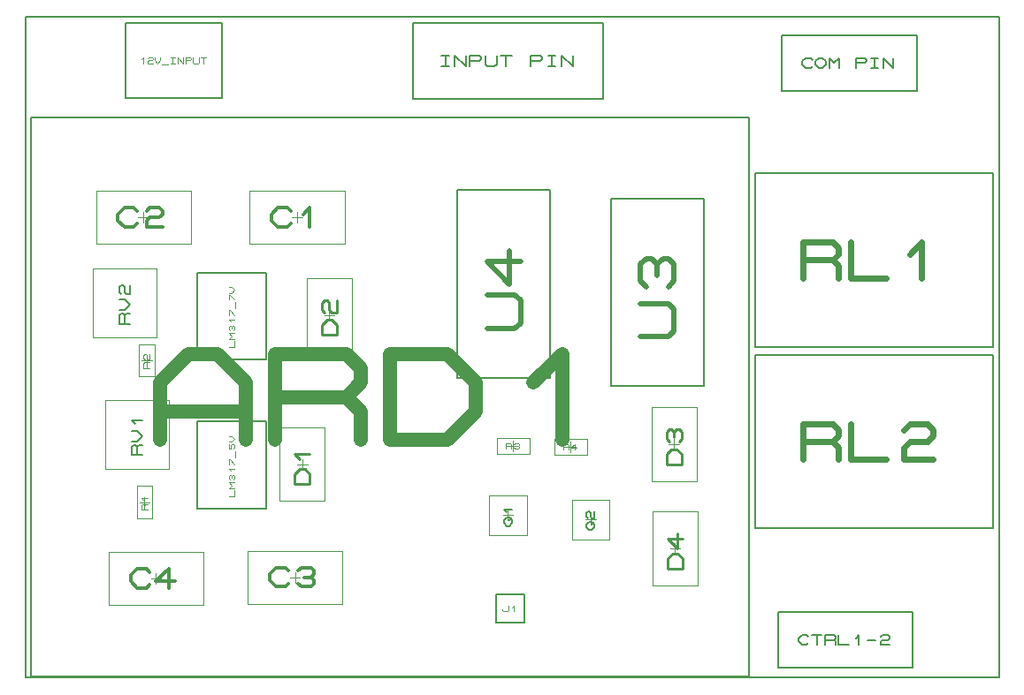
<source format=gbr>
G04 PROTEUS RS274X GERBER FILE*
%FSLAX45Y45*%
%MOMM*%
G01*
%ADD29C,0.203200*%
%ADD48C,1.375660*%
%ADD49C,0.092560*%
%ADD50C,0.050000*%
%ADD51C,0.238330*%
%ADD52C,0.305000*%
%ADD53C,0.093000*%
%ADD54C,0.050800*%
%ADD55C,0.166370*%
%ADD56C,0.533400*%
%ADD57C,0.128330*%
%ADD58C,0.091440*%
%ADD59C,0.567580*%
%ADD60C,0.161290*%
%ADD61C,0.182030*%
%ADD62C,0.092030*%
%TD.AperFunction*%
D29*
X+2029840Y+1699840D02*
X+8908160Y+1699840D01*
X+8908160Y+7054160D01*
X+2029840Y+7054160D01*
X+2029840Y+1699840D01*
D48*
X+3267938Y+3964300D02*
X+3267938Y+4514566D01*
X+3543070Y+4789699D01*
X+3818203Y+4789699D01*
X+4093336Y+4514566D01*
X+4093336Y+3964300D01*
X+3267938Y+4239433D02*
X+4093336Y+4239433D01*
X+4368469Y+3964300D02*
X+4368469Y+4789699D01*
X+5056300Y+4789699D01*
X+5193867Y+4652132D01*
X+5193867Y+4514566D01*
X+5056300Y+4377000D01*
X+4368469Y+4377000D01*
X+5056300Y+4377000D02*
X+5193867Y+4239433D01*
X+5193867Y+3964300D01*
X+5469000Y+3964300D02*
X+5469000Y+4789699D01*
X+6019265Y+4789699D01*
X+6294398Y+4514566D01*
X+6294398Y+4239433D01*
X+6019265Y+3964300D01*
X+5469000Y+3964300D01*
X+6844663Y+4514566D02*
X+7119796Y+4789699D01*
X+7119796Y+3964300D01*
D29*
X+3624880Y+4738480D02*
X+4285280Y+4738480D01*
X+4285280Y+5571600D01*
X+3624880Y+5571600D01*
X+3624880Y+4738480D01*
D49*
X+3927310Y+4858824D02*
X+3982851Y+4858824D01*
X+3982851Y+4914364D01*
X+3982851Y+4932878D02*
X+3927310Y+4932878D01*
X+3955080Y+4960648D01*
X+3927310Y+4988418D01*
X+3982851Y+4988418D01*
X+3936567Y+5016188D02*
X+3927310Y+5025445D01*
X+3927310Y+5053215D01*
X+3936567Y+5062472D01*
X+3945824Y+5062472D01*
X+3955080Y+5053215D01*
X+3964337Y+5062472D01*
X+3973594Y+5062472D01*
X+3982851Y+5053215D01*
X+3982851Y+5025445D01*
X+3973594Y+5016188D01*
X+3955080Y+5034702D02*
X+3955080Y+5053215D01*
X+3945824Y+5099499D02*
X+3927310Y+5118013D01*
X+3982851Y+5118013D01*
X+3927310Y+5164296D02*
X+3927310Y+5210580D01*
X+3936567Y+5210580D01*
X+3982851Y+5164296D01*
X+3992108Y+5229094D02*
X+3992108Y+5284634D01*
X+3927310Y+5312404D02*
X+3927310Y+5358688D01*
X+3936567Y+5358688D01*
X+3982851Y+5312404D01*
X+3927310Y+5377202D02*
X+3955080Y+5377202D01*
X+3982851Y+5404972D01*
X+3955080Y+5432742D01*
X+3927310Y+5432742D01*
D29*
X+3624880Y+3308480D02*
X+4285280Y+3308480D01*
X+4285280Y+4141600D01*
X+3624880Y+4141600D01*
X+3624880Y+3308480D01*
D49*
X+3927310Y+3428824D02*
X+3982851Y+3428824D01*
X+3982851Y+3484364D01*
X+3982851Y+3502878D02*
X+3927310Y+3502878D01*
X+3955080Y+3530648D01*
X+3927310Y+3558418D01*
X+3982851Y+3558418D01*
X+3936567Y+3586188D02*
X+3927310Y+3595445D01*
X+3927310Y+3623215D01*
X+3936567Y+3632472D01*
X+3945824Y+3632472D01*
X+3955080Y+3623215D01*
X+3964337Y+3632472D01*
X+3973594Y+3632472D01*
X+3982851Y+3623215D01*
X+3982851Y+3595445D01*
X+3973594Y+3586188D01*
X+3955080Y+3604702D02*
X+3955080Y+3623215D01*
X+3945824Y+3669499D02*
X+3927310Y+3688013D01*
X+3982851Y+3688013D01*
X+3927310Y+3734296D02*
X+3927310Y+3780580D01*
X+3936567Y+3780580D01*
X+3982851Y+3734296D01*
X+3992108Y+3799094D02*
X+3992108Y+3854634D01*
X+3927310Y+3928688D02*
X+3927310Y+3882404D01*
X+3945824Y+3882404D01*
X+3945824Y+3919431D01*
X+3955080Y+3928688D01*
X+3973594Y+3928688D01*
X+3982851Y+3919431D01*
X+3982851Y+3891661D01*
X+3973594Y+3882404D01*
X+3927310Y+3947202D02*
X+3955080Y+3947202D01*
X+3982851Y+3974972D01*
X+3955080Y+4002742D01*
X+3927310Y+4002742D01*
D50*
X+4415000Y+4090000D02*
X+4415000Y+3380000D01*
X+4845000Y+3380000D01*
X+4845000Y+4090000D01*
X+4415000Y+4090000D01*
X+4680000Y+3735000D02*
X+4580000Y+3735000D01*
X+4630000Y+3685000D02*
X+4630000Y+3785000D01*
D51*
X+4701500Y+3544334D02*
X+4558500Y+3544334D01*
X+4558500Y+3639667D01*
X+4606167Y+3687333D01*
X+4653833Y+3687333D01*
X+4701500Y+3639667D01*
X+4701500Y+3544334D01*
X+4606167Y+3782666D02*
X+4558500Y+3830333D01*
X+4701500Y+3830333D01*
D50*
X+4675000Y+5520000D02*
X+4675000Y+4810000D01*
X+5105000Y+4810000D01*
X+5105000Y+5520000D01*
X+4675000Y+5520000D01*
X+4940000Y+5165000D02*
X+4840000Y+5165000D01*
X+4890000Y+5115000D02*
X+4890000Y+5215000D01*
D51*
X+4961500Y+4974334D02*
X+4818500Y+4974334D01*
X+4818500Y+5069667D01*
X+4866167Y+5117333D01*
X+4913833Y+5117333D01*
X+4961500Y+5069667D01*
X+4961500Y+4974334D01*
X+4842333Y+5188833D02*
X+4818500Y+5212666D01*
X+4818500Y+5284166D01*
X+4842333Y+5307999D01*
X+4866167Y+5307999D01*
X+4890000Y+5284166D01*
X+4890000Y+5212666D01*
X+4913833Y+5188833D01*
X+4961500Y+5188833D01*
X+4961500Y+5307999D01*
D50*
X+4125000Y+5845000D02*
X+5035000Y+5845000D01*
X+5035000Y+6355000D01*
X+4125000Y+6355000D01*
X+4125000Y+5845000D01*
X+4580000Y+6150000D02*
X+4580000Y+6050000D01*
X+4630000Y+6100000D02*
X+4530000Y+6100000D01*
D52*
X+4519000Y+6039000D02*
X+4488500Y+6008500D01*
X+4397000Y+6008500D01*
X+4336000Y+6069500D01*
X+4336000Y+6130500D01*
X+4397000Y+6191500D01*
X+4488500Y+6191500D01*
X+4519000Y+6161000D01*
X+4641000Y+6130500D02*
X+4702000Y+6191500D01*
X+4702000Y+6008500D01*
D50*
X+2655000Y+5845000D02*
X+3565000Y+5845000D01*
X+3565000Y+6355000D01*
X+2655000Y+6355000D01*
X+2655000Y+5845000D01*
X+3110000Y+6150000D02*
X+3110000Y+6050000D01*
X+3160000Y+6100000D02*
X+3060000Y+6100000D01*
D52*
X+3049000Y+6039000D02*
X+3018500Y+6008500D01*
X+2927000Y+6008500D01*
X+2866000Y+6069500D01*
X+2866000Y+6130500D01*
X+2927000Y+6191500D01*
X+3018500Y+6191500D01*
X+3049000Y+6161000D01*
X+3140500Y+6161000D02*
X+3171000Y+6191500D01*
X+3262500Y+6191500D01*
X+3293000Y+6161000D01*
X+3293000Y+6130500D01*
X+3262500Y+6100000D01*
X+3171000Y+6100000D01*
X+3140500Y+6069500D01*
X+3140500Y+6008500D01*
X+3293000Y+6008500D01*
D50*
X+4105000Y+2395000D02*
X+5015000Y+2395000D01*
X+5015000Y+2905000D01*
X+4105000Y+2905000D01*
X+4105000Y+2395000D01*
X+4560000Y+2700000D02*
X+4560000Y+2600000D01*
X+4610000Y+2650000D02*
X+4510000Y+2650000D01*
D52*
X+4499000Y+2589000D02*
X+4468500Y+2558500D01*
X+4377000Y+2558500D01*
X+4316000Y+2619500D01*
X+4316000Y+2680500D01*
X+4377000Y+2741500D01*
X+4468500Y+2741500D01*
X+4499000Y+2711000D01*
X+4590500Y+2711000D02*
X+4621000Y+2741500D01*
X+4712500Y+2741500D01*
X+4743000Y+2711000D01*
X+4743000Y+2680500D01*
X+4712500Y+2650000D01*
X+4743000Y+2619500D01*
X+4743000Y+2589000D01*
X+4712500Y+2558500D01*
X+4621000Y+2558500D01*
X+4590500Y+2589000D01*
X+4651500Y+2650000D02*
X+4712500Y+2650000D01*
D50*
X+2775000Y+2385000D02*
X+3685000Y+2385000D01*
X+3685000Y+2895000D01*
X+2775000Y+2895000D01*
X+2775000Y+2385000D01*
X+3230000Y+2690000D02*
X+3230000Y+2590000D01*
X+3280000Y+2640000D02*
X+3180000Y+2640000D01*
D52*
X+3169000Y+2579000D02*
X+3138500Y+2548500D01*
X+3047000Y+2548500D01*
X+2986000Y+2609500D01*
X+2986000Y+2670500D01*
X+3047000Y+2731500D01*
X+3138500Y+2731500D01*
X+3169000Y+2701000D01*
X+3413000Y+2609500D02*
X+3230000Y+2609500D01*
X+3352000Y+2731500D01*
X+3352000Y+2548500D01*
D50*
X+3195000Y+3215000D02*
X+3195000Y+3525000D01*
X+3045000Y+3525000D01*
X+3045000Y+3215000D01*
X+3195000Y+3215000D01*
X+3070000Y+3370000D02*
X+3170000Y+3370000D01*
X+3120000Y+3420000D02*
X+3120000Y+3320000D01*
D53*
X+3147900Y+3295600D02*
X+3092100Y+3295600D01*
X+3092100Y+3342100D01*
X+3101400Y+3351400D01*
X+3110700Y+3351400D01*
X+3120000Y+3342100D01*
X+3120000Y+3295600D01*
X+3120000Y+3342100D02*
X+3129300Y+3351400D01*
X+3147900Y+3351400D01*
X+3110700Y+3388600D02*
X+3092100Y+3407200D01*
X+3147900Y+3407200D01*
D50*
X+3215000Y+4575000D02*
X+3215000Y+4885000D01*
X+3065000Y+4885000D01*
X+3065000Y+4575000D01*
X+3215000Y+4575000D01*
X+3090000Y+4730000D02*
X+3190000Y+4730000D01*
X+3140000Y+4780000D02*
X+3140000Y+4680000D01*
D53*
X+3167900Y+4655600D02*
X+3112100Y+4655600D01*
X+3112100Y+4702100D01*
X+3121400Y+4711400D01*
X+3130700Y+4711400D01*
X+3140000Y+4702100D01*
X+3140000Y+4655600D01*
X+3140000Y+4702100D02*
X+3149300Y+4711400D01*
X+3167900Y+4711400D01*
X+3121400Y+4739300D02*
X+3112100Y+4748600D01*
X+3112100Y+4776500D01*
X+3121400Y+4785800D01*
X+3130700Y+4785800D01*
X+3140000Y+4776500D01*
X+3140000Y+4748600D01*
X+3149300Y+4739300D01*
X+3167900Y+4739300D01*
X+3167900Y+4785800D01*
D54*
X+2625200Y+4949800D02*
X+3234800Y+4949800D01*
X+3234800Y+5610200D01*
X+2625200Y+5610200D01*
X+2625200Y+4949800D01*
D55*
X+2979911Y+5080356D02*
X+2880089Y+5080356D01*
X+2880089Y+5163541D01*
X+2896726Y+5180178D01*
X+2913363Y+5180178D01*
X+2930000Y+5163541D01*
X+2930000Y+5080356D01*
X+2930000Y+5163541D02*
X+2946637Y+5180178D01*
X+2979911Y+5180178D01*
X+2880089Y+5213452D02*
X+2930000Y+5213452D01*
X+2979911Y+5263363D01*
X+2930000Y+5313274D01*
X+2880089Y+5313274D01*
X+2896726Y+5363185D02*
X+2880089Y+5379822D01*
X+2880089Y+5429733D01*
X+2896726Y+5446370D01*
X+2913363Y+5446370D01*
X+2930000Y+5429733D01*
X+2930000Y+5379822D01*
X+2946637Y+5363185D01*
X+2979911Y+5363185D01*
X+2979911Y+5446370D01*
D29*
X+7584500Y+4482840D02*
X+8473500Y+4482840D01*
X+8473500Y+6281160D01*
X+7584500Y+6281160D01*
X+7584500Y+4482840D01*
D56*
X+7868980Y+4955280D02*
X+8135680Y+4955280D01*
X+8189020Y+5008620D01*
X+8189020Y+5221980D01*
X+8135680Y+5275320D01*
X+7868980Y+5275320D01*
X+7922320Y+5435340D02*
X+7868980Y+5488680D01*
X+7868980Y+5648700D01*
X+7922320Y+5702040D01*
X+7975660Y+5702040D01*
X+8029000Y+5648700D01*
X+8082340Y+5702040D01*
X+8135680Y+5702040D01*
X+8189020Y+5648700D01*
X+8189020Y+5488680D01*
X+8135680Y+5435340D01*
X+8029000Y+5542020D02*
X+8029000Y+5648700D01*
D29*
X+6114500Y+4562840D02*
X+7003500Y+4562840D01*
X+7003500Y+6361160D01*
X+6114500Y+6361160D01*
X+6114500Y+4562840D01*
D56*
X+6398980Y+5035280D02*
X+6665680Y+5035280D01*
X+6719020Y+5088620D01*
X+6719020Y+5301980D01*
X+6665680Y+5355320D01*
X+6398980Y+5355320D01*
X+6612340Y+5782040D02*
X+6612340Y+5462000D01*
X+6398980Y+5675360D01*
X+6719020Y+5675360D01*
D50*
X+6805000Y+3985000D02*
X+6495000Y+3985000D01*
X+6495000Y+3835000D01*
X+6805000Y+3835000D01*
X+6805000Y+3985000D01*
X+6650000Y+3860000D02*
X+6650000Y+3960000D01*
X+6600000Y+3910000D02*
X+6700000Y+3910000D01*
D53*
X+6575600Y+3882100D02*
X+6575600Y+3937900D01*
X+6622100Y+3937900D01*
X+6631400Y+3928600D01*
X+6631400Y+3919300D01*
X+6622100Y+3910000D01*
X+6575600Y+3910000D01*
X+6622100Y+3910000D02*
X+6631400Y+3900700D01*
X+6631400Y+3882100D01*
X+6659300Y+3928600D02*
X+6668600Y+3937900D01*
X+6696500Y+3937900D01*
X+6705800Y+3928600D01*
X+6705800Y+3919300D01*
X+6696500Y+3910000D01*
X+6705800Y+3900700D01*
X+6705800Y+3891400D01*
X+6696500Y+3882100D01*
X+6668600Y+3882100D01*
X+6659300Y+3891400D01*
X+6677900Y+3910000D02*
X+6696500Y+3910000D01*
D50*
X+7355000Y+3975000D02*
X+7045000Y+3975000D01*
X+7045000Y+3825000D01*
X+7355000Y+3825000D01*
X+7355000Y+3975000D01*
X+7200000Y+3850000D02*
X+7200000Y+3950000D01*
X+7150000Y+3900000D02*
X+7250000Y+3900000D01*
D53*
X+7125600Y+3872100D02*
X+7125600Y+3927900D01*
X+7172100Y+3927900D01*
X+7181400Y+3918600D01*
X+7181400Y+3909300D01*
X+7172100Y+3900000D01*
X+7125600Y+3900000D01*
X+7172100Y+3900000D02*
X+7181400Y+3890700D01*
X+7181400Y+3872100D01*
X+7255800Y+3890700D02*
X+7200000Y+3890700D01*
X+7237200Y+3927900D01*
X+7237200Y+3872100D01*
D50*
X+6780000Y+3055000D02*
X+6780000Y+3435000D01*
X+6420000Y+3435000D01*
X+6420000Y+3055000D01*
X+6780000Y+3055000D01*
X+6550000Y+3245000D02*
X+6650000Y+3245000D01*
X+6600000Y+3295000D02*
X+6600000Y+3195000D01*
D57*
X+6587167Y+3142334D02*
X+6561500Y+3168000D01*
X+6561500Y+3193667D01*
X+6587167Y+3219333D01*
X+6612833Y+3219333D01*
X+6638500Y+3193667D01*
X+6638500Y+3168000D01*
X+6612833Y+3142334D01*
X+6587167Y+3142334D01*
X+6612833Y+3193667D02*
X+6638500Y+3219333D01*
X+6587167Y+3270666D02*
X+6561500Y+3296333D01*
X+6638500Y+3296333D01*
D50*
X+7570000Y+3015000D02*
X+7570000Y+3395000D01*
X+7210000Y+3395000D01*
X+7210000Y+3015000D01*
X+7570000Y+3015000D01*
X+7340000Y+3205000D02*
X+7440000Y+3205000D01*
X+7390000Y+3255000D02*
X+7390000Y+3155000D01*
D57*
X+7377167Y+3102334D02*
X+7351500Y+3128000D01*
X+7351500Y+3153667D01*
X+7377167Y+3179333D01*
X+7402833Y+3179333D01*
X+7428500Y+3153667D01*
X+7428500Y+3128000D01*
X+7402833Y+3102334D01*
X+7377167Y+3102334D01*
X+7402833Y+3153667D02*
X+7428500Y+3179333D01*
X+7364333Y+3217833D02*
X+7351500Y+3230666D01*
X+7351500Y+3269166D01*
X+7364333Y+3281999D01*
X+7377167Y+3281999D01*
X+7390000Y+3269166D01*
X+7390000Y+3230666D01*
X+7402833Y+3217833D01*
X+7428500Y+3217833D01*
X+7428500Y+3281999D01*
D29*
X+6482840Y+2212840D02*
X+6757160Y+2212840D01*
X+6757160Y+2487160D01*
X+6482840Y+2487160D01*
X+6482840Y+2212840D01*
D58*
X+6546848Y+2340856D02*
X+6546848Y+2331712D01*
X+6555992Y+2322568D01*
X+6592568Y+2322568D01*
X+6601712Y+2331712D01*
X+6601712Y+2377432D01*
X+6638288Y+2359144D02*
X+6656576Y+2377432D01*
X+6656576Y+2322568D01*
D50*
X+7975000Y+4280000D02*
X+7975000Y+3570000D01*
X+8405000Y+3570000D01*
X+8405000Y+4280000D01*
X+7975000Y+4280000D01*
X+8240000Y+3925000D02*
X+8140000Y+3925000D01*
X+8190000Y+3875000D02*
X+8190000Y+3975000D01*
D51*
X+8261500Y+3734334D02*
X+8118500Y+3734334D01*
X+8118500Y+3829667D01*
X+8166167Y+3877333D01*
X+8213833Y+3877333D01*
X+8261500Y+3829667D01*
X+8261500Y+3734334D01*
X+8142333Y+3948833D02*
X+8118500Y+3972666D01*
X+8118500Y+4044166D01*
X+8142333Y+4067999D01*
X+8166167Y+4067999D01*
X+8190000Y+4044166D01*
X+8213833Y+4067999D01*
X+8237667Y+4067999D01*
X+8261500Y+4044166D01*
X+8261500Y+3972666D01*
X+8237667Y+3948833D01*
X+8190000Y+3996499D02*
X+8190000Y+4044166D01*
D50*
X+7985000Y+3280000D02*
X+7985000Y+2570000D01*
X+8415000Y+2570000D01*
X+8415000Y+3280000D01*
X+7985000Y+3280000D01*
X+8250000Y+2925000D02*
X+8150000Y+2925000D01*
X+8200000Y+2875000D02*
X+8200000Y+2975000D01*
D51*
X+8271500Y+2734334D02*
X+8128500Y+2734334D01*
X+8128500Y+2829667D01*
X+8176167Y+2877333D01*
X+8223833Y+2877333D01*
X+8271500Y+2829667D01*
X+8271500Y+2734334D01*
X+8223833Y+3067999D02*
X+8223833Y+2925000D01*
X+8128500Y+3020333D01*
X+8271500Y+3020333D01*
D29*
X+8969840Y+4860840D02*
X+11240160Y+4860840D01*
X+11240160Y+6521160D01*
X+8969840Y+6521160D01*
X+8969840Y+4860840D01*
D59*
X+9423904Y+5520726D02*
X+9423904Y+5861274D01*
X+9707694Y+5861274D01*
X+9764452Y+5804516D01*
X+9764452Y+5747758D01*
X+9707694Y+5691000D01*
X+9423904Y+5691000D01*
X+9707694Y+5691000D02*
X+9764452Y+5634242D01*
X+9764452Y+5520726D01*
X+9877968Y+5861274D02*
X+9877968Y+5520726D01*
X+10218516Y+5520726D01*
X+10445548Y+5747758D02*
X+10559064Y+5861274D01*
X+10559064Y+5520726D01*
D29*
X+8969840Y+3120840D02*
X+11240160Y+3120840D01*
X+11240160Y+4781160D01*
X+8969840Y+4781160D01*
X+8969840Y+3120840D01*
D59*
X+9423904Y+3780726D02*
X+9423904Y+4121274D01*
X+9707694Y+4121274D01*
X+9764452Y+4064516D01*
X+9764452Y+4007758D01*
X+9707694Y+3951000D01*
X+9423904Y+3951000D01*
X+9707694Y+3951000D02*
X+9764452Y+3894242D01*
X+9764452Y+3780726D01*
X+9877968Y+4121274D02*
X+9877968Y+3780726D01*
X+10218516Y+3780726D01*
X+10388790Y+4064516D02*
X+10445548Y+4121274D01*
X+10615822Y+4121274D01*
X+10672580Y+4064516D01*
X+10672580Y+4007758D01*
X+10615822Y+3951000D01*
X+10445548Y+3951000D01*
X+10388790Y+3894242D01*
X+10388790Y+3780726D01*
X+10672580Y+3780726D01*
D29*
X+9185840Y+1785840D02*
X+10476160Y+1785840D01*
X+10476160Y+2314160D01*
X+9185840Y+2314160D01*
X+9185840Y+1785840D01*
D60*
X+9476162Y+2017742D02*
X+9460033Y+2001613D01*
X+9411646Y+2001613D01*
X+9379388Y+2033871D01*
X+9379388Y+2066129D01*
X+9411646Y+2098387D01*
X+9460033Y+2098387D01*
X+9476162Y+2082258D01*
X+9508420Y+2098387D02*
X+9605194Y+2098387D01*
X+9556807Y+2098387D02*
X+9556807Y+2001613D01*
X+9637452Y+2001613D02*
X+9637452Y+2098387D01*
X+9718097Y+2098387D01*
X+9734226Y+2082258D01*
X+9734226Y+2066129D01*
X+9718097Y+2050000D01*
X+9637452Y+2050000D01*
X+9718097Y+2050000D02*
X+9734226Y+2033871D01*
X+9734226Y+2001613D01*
X+9766484Y+2098387D02*
X+9766484Y+2001613D01*
X+9863258Y+2001613D01*
X+9927774Y+2066129D02*
X+9960032Y+2098387D01*
X+9960032Y+2001613D01*
X+10040677Y+2050000D02*
X+10121322Y+2050000D01*
X+10169709Y+2082258D02*
X+10185838Y+2098387D01*
X+10234225Y+2098387D01*
X+10250354Y+2082258D01*
X+10250354Y+2066129D01*
X+10234225Y+2050000D01*
X+10185838Y+2050000D01*
X+10169709Y+2033871D01*
X+10169709Y+2001613D01*
X+10250354Y+2001613D01*
D29*
X+9223840Y+7315840D02*
X+10514160Y+7315840D01*
X+10514160Y+7844160D01*
X+9223840Y+7844160D01*
X+9223840Y+7315840D01*
D60*
X+9514162Y+7547742D02*
X+9498033Y+7531613D01*
X+9449646Y+7531613D01*
X+9417388Y+7563871D01*
X+9417388Y+7596129D01*
X+9449646Y+7628387D01*
X+9498033Y+7628387D01*
X+9514162Y+7612258D01*
X+9546420Y+7596129D02*
X+9578678Y+7628387D01*
X+9610936Y+7628387D01*
X+9643194Y+7596129D01*
X+9643194Y+7563871D01*
X+9610936Y+7531613D01*
X+9578678Y+7531613D01*
X+9546420Y+7563871D01*
X+9546420Y+7596129D01*
X+9675452Y+7531613D02*
X+9675452Y+7628387D01*
X+9723839Y+7580000D01*
X+9772226Y+7628387D01*
X+9772226Y+7531613D01*
X+9933516Y+7531613D02*
X+9933516Y+7628387D01*
X+10014161Y+7628387D01*
X+10030290Y+7612258D01*
X+10030290Y+7596129D01*
X+10014161Y+7580000D01*
X+9933516Y+7580000D01*
X+10078677Y+7628387D02*
X+10143193Y+7628387D01*
X+10110935Y+7628387D02*
X+10110935Y+7531613D01*
X+10078677Y+7531613D02*
X+10143193Y+7531613D01*
X+10191580Y+7531613D02*
X+10191580Y+7628387D01*
X+10288354Y+7531613D01*
X+10288354Y+7628387D01*
D29*
X+5689840Y+7239840D02*
X+7510160Y+7239840D01*
X+7510160Y+7960160D01*
X+5689840Y+7960160D01*
X+5689840Y+7239840D01*
D61*
X+5962891Y+7654609D02*
X+6035703Y+7654609D01*
X+5999297Y+7654609D02*
X+5999297Y+7545390D01*
X+5962891Y+7545390D02*
X+6035703Y+7545390D01*
X+6090313Y+7545390D02*
X+6090313Y+7654609D01*
X+6199531Y+7545390D01*
X+6199531Y+7654609D01*
X+6235938Y+7545390D02*
X+6235938Y+7654609D01*
X+6326953Y+7654609D01*
X+6345156Y+7636406D01*
X+6345156Y+7618203D01*
X+6326953Y+7600000D01*
X+6235938Y+7600000D01*
X+6381563Y+7654609D02*
X+6381563Y+7563593D01*
X+6399766Y+7545390D01*
X+6472578Y+7545390D01*
X+6490781Y+7563593D01*
X+6490781Y+7654609D01*
X+6527188Y+7654609D02*
X+6636406Y+7654609D01*
X+6581797Y+7654609D02*
X+6581797Y+7545390D01*
X+6818438Y+7545390D02*
X+6818438Y+7654609D01*
X+6909453Y+7654609D01*
X+6927656Y+7636406D01*
X+6927656Y+7618203D01*
X+6909453Y+7600000D01*
X+6818438Y+7600000D01*
X+6982266Y+7654609D02*
X+7055078Y+7654609D01*
X+7018672Y+7654609D02*
X+7018672Y+7545390D01*
X+6982266Y+7545390D02*
X+7055078Y+7545390D01*
X+7109688Y+7545390D02*
X+7109688Y+7654609D01*
X+7218906Y+7545390D01*
X+7218906Y+7654609D01*
D29*
X+1980000Y+1690000D02*
X+11300000Y+1690000D01*
X+11300000Y+8020000D01*
X+1980000Y+8020000D01*
X+1980000Y+1690000D01*
D54*
X+2745200Y+3689800D02*
X+3354800Y+3689800D01*
X+3354800Y+4350200D01*
X+2745200Y+4350200D01*
X+2745200Y+3689800D01*
D55*
X+3099911Y+3820356D02*
X+3000089Y+3820356D01*
X+3000089Y+3903541D01*
X+3016726Y+3920178D01*
X+3033363Y+3920178D01*
X+3050000Y+3903541D01*
X+3050000Y+3820356D01*
X+3050000Y+3903541D02*
X+3066637Y+3920178D01*
X+3099911Y+3920178D01*
X+3000089Y+3953452D02*
X+3050000Y+3953452D01*
X+3099911Y+4003363D01*
X+3050000Y+4053274D01*
X+3000089Y+4053274D01*
X+3033363Y+4119822D02*
X+3000089Y+4153096D01*
X+3099911Y+4153096D01*
D29*
X+2939840Y+7244299D02*
X+3860160Y+7244299D01*
X+3860160Y+7964619D01*
X+2939840Y+7964619D01*
X+2939840Y+7244299D01*
D62*
X+3087094Y+7613662D02*
X+3105500Y+7632068D01*
X+3105500Y+7576849D01*
X+3151516Y+7622865D02*
X+3160719Y+7632068D01*
X+3188328Y+7632068D01*
X+3197531Y+7622865D01*
X+3197531Y+7613662D01*
X+3188328Y+7604459D01*
X+3160719Y+7604459D01*
X+3151516Y+7595255D01*
X+3151516Y+7576849D01*
X+3197531Y+7576849D01*
X+3215938Y+7632068D02*
X+3215938Y+7604459D01*
X+3243547Y+7576849D01*
X+3271156Y+7604459D01*
X+3271156Y+7632068D01*
X+3289563Y+7567646D02*
X+3344781Y+7567646D01*
X+3372391Y+7632068D02*
X+3409203Y+7632068D01*
X+3390797Y+7632068D02*
X+3390797Y+7576849D01*
X+3372391Y+7576849D02*
X+3409203Y+7576849D01*
X+3436813Y+7576849D02*
X+3436813Y+7632068D01*
X+3492031Y+7576849D01*
X+3492031Y+7632068D01*
X+3510438Y+7576849D02*
X+3510438Y+7632068D01*
X+3556453Y+7632068D01*
X+3565656Y+7622865D01*
X+3565656Y+7613662D01*
X+3556453Y+7604459D01*
X+3510438Y+7604459D01*
X+3584063Y+7632068D02*
X+3584063Y+7586052D01*
X+3593266Y+7576849D01*
X+3630078Y+7576849D01*
X+3639281Y+7586052D01*
X+3639281Y+7632068D01*
X+3657688Y+7632068D02*
X+3712906Y+7632068D01*
X+3685297Y+7632068D02*
X+3685297Y+7576849D01*
M02*

</source>
